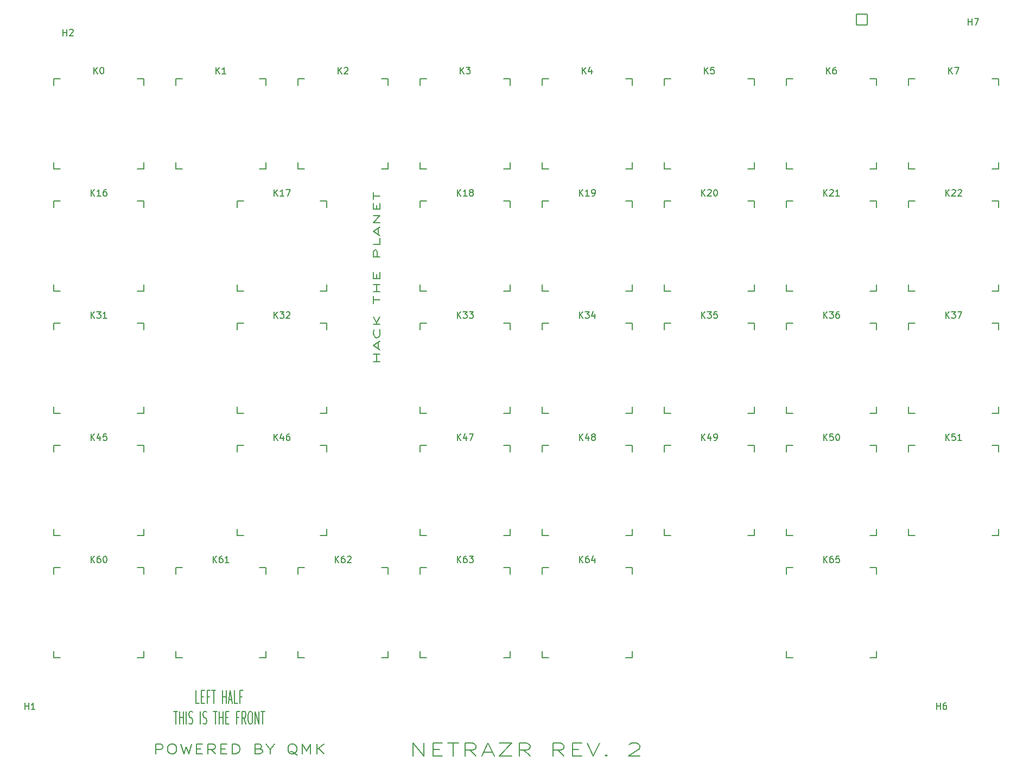
<source format=gto>
%TF.GenerationSoftware,KiCad,Pcbnew,(6.0.10)*%
%TF.CreationDate,2023-02-02T18:01:59-08:00*%
%TF.ProjectId,netrazr_rev2-Left,6e657472-617a-4725-9f72-6576322d4c65,2*%
%TF.SameCoordinates,Original*%
%TF.FileFunction,Legend,Top*%
%TF.FilePolarity,Positive*%
%FSLAX46Y46*%
G04 Gerber Fmt 4.6, Leading zero omitted, Abs format (unit mm)*
G04 Created by KiCad (PCBNEW (6.0.10)) date 2023-02-02 18:01:59*
%MOMM*%
%LPD*%
G01*
G04 APERTURE LIST*
G04 Aperture macros list*
%AMRoundRect*
0 Rectangle with rounded corners*
0 $1 Rounding radius*
0 $2 $3 $4 $5 $6 $7 $8 $9 X,Y pos of 4 corners*
0 Add a 4 corners polygon primitive as box body*
4,1,4,$2,$3,$4,$5,$6,$7,$8,$9,$2,$3,0*
0 Add four circle primitives for the rounded corners*
1,1,$1+$1,$2,$3*
1,1,$1+$1,$4,$5*
1,1,$1+$1,$6,$7*
1,1,$1+$1,$8,$9*
0 Add four rect primitives between the rounded corners*
20,1,$1+$1,$2,$3,$4,$5,0*
20,1,$1+$1,$4,$5,$6,$7,0*
20,1,$1+$1,$6,$7,$8,$9,0*
20,1,$1+$1,$8,$9,$2,$3,0*%
G04 Aperture macros list end*
%ADD10C,0.150000*%
%ADD11C,0.200000*%
%ADD12C,3.802000*%
%ADD13C,1.803800*%
%ADD14C,3.531000*%
%ADD15C,1.092600*%
%ADD16C,2.134000*%
%ADD17O,0.902000X0.902000*%
%ADD18O,2.102000X1.552000*%
%ADD19O,1.902000X1.252000*%
%ADD20RoundRect,0.051000X0.850000X0.850000X-0.850000X0.850000X-0.850000X-0.850000X0.850000X-0.850000X0*%
%ADD21O,1.802000X1.802000*%
G04 APERTURE END LIST*
D10*
X69621952Y-168803761D02*
X69145761Y-168803761D01*
X69145761Y-166803761D01*
X69955285Y-167756142D02*
X70288619Y-167756142D01*
X70431476Y-168803761D02*
X69955285Y-168803761D01*
X69955285Y-166803761D01*
X70431476Y-166803761D01*
X71193380Y-167756142D02*
X70860047Y-167756142D01*
X70860047Y-168803761D02*
X70860047Y-166803761D01*
X71336238Y-166803761D01*
X71574333Y-166803761D02*
X72145761Y-166803761D01*
X71860047Y-168803761D02*
X71860047Y-166803761D01*
X73241000Y-168803761D02*
X73241000Y-166803761D01*
X73241000Y-167756142D02*
X73812428Y-167756142D01*
X73812428Y-168803761D02*
X73812428Y-166803761D01*
X74241000Y-168232333D02*
X74717190Y-168232333D01*
X74145761Y-168803761D02*
X74479095Y-166803761D01*
X74812428Y-168803761D01*
X75621952Y-168803761D02*
X75145761Y-168803761D01*
X75145761Y-166803761D01*
X76288619Y-167756142D02*
X75955285Y-167756142D01*
X75955285Y-168803761D02*
X75955285Y-166803761D01*
X76431476Y-166803761D01*
X65645761Y-170023761D02*
X66217190Y-170023761D01*
X65931476Y-172023761D02*
X65931476Y-170023761D01*
X66550523Y-172023761D02*
X66550523Y-170023761D01*
X66550523Y-170976142D02*
X67121952Y-170976142D01*
X67121952Y-172023761D02*
X67121952Y-170023761D01*
X67598142Y-172023761D02*
X67598142Y-170023761D01*
X68026714Y-171928523D02*
X68169571Y-172023761D01*
X68407666Y-172023761D01*
X68502904Y-171928523D01*
X68550523Y-171833285D01*
X68598142Y-171642809D01*
X68598142Y-171452333D01*
X68550523Y-171261857D01*
X68502904Y-171166619D01*
X68407666Y-171071380D01*
X68217190Y-170976142D01*
X68121952Y-170880904D01*
X68074333Y-170785666D01*
X68026714Y-170595190D01*
X68026714Y-170404714D01*
X68074333Y-170214238D01*
X68121952Y-170119000D01*
X68217190Y-170023761D01*
X68455285Y-170023761D01*
X68598142Y-170119000D01*
X69788619Y-172023761D02*
X69788619Y-170023761D01*
X70217190Y-171928523D02*
X70360047Y-172023761D01*
X70598142Y-172023761D01*
X70693380Y-171928523D01*
X70741000Y-171833285D01*
X70788619Y-171642809D01*
X70788619Y-171452333D01*
X70741000Y-171261857D01*
X70693380Y-171166619D01*
X70598142Y-171071380D01*
X70407666Y-170976142D01*
X70312428Y-170880904D01*
X70264809Y-170785666D01*
X70217190Y-170595190D01*
X70217190Y-170404714D01*
X70264809Y-170214238D01*
X70312428Y-170119000D01*
X70407666Y-170023761D01*
X70645761Y-170023761D01*
X70788619Y-170119000D01*
X71836238Y-170023761D02*
X72407666Y-170023761D01*
X72121952Y-172023761D02*
X72121952Y-170023761D01*
X72741000Y-172023761D02*
X72741000Y-170023761D01*
X72741000Y-170976142D02*
X73312428Y-170976142D01*
X73312428Y-172023761D02*
X73312428Y-170023761D01*
X73788619Y-170976142D02*
X74121952Y-170976142D01*
X74264809Y-172023761D02*
X73788619Y-172023761D01*
X73788619Y-170023761D01*
X74264809Y-170023761D01*
X75788619Y-170976142D02*
X75455285Y-170976142D01*
X75455285Y-172023761D02*
X75455285Y-170023761D01*
X75931476Y-170023761D01*
X76883857Y-172023761D02*
X76550523Y-171071380D01*
X76312428Y-172023761D02*
X76312428Y-170023761D01*
X76693380Y-170023761D01*
X76788619Y-170119000D01*
X76836238Y-170214238D01*
X76883857Y-170404714D01*
X76883857Y-170690428D01*
X76836238Y-170880904D01*
X76788619Y-170976142D01*
X76693380Y-171071380D01*
X76312428Y-171071380D01*
X77502904Y-170023761D02*
X77693380Y-170023761D01*
X77788619Y-170119000D01*
X77883857Y-170309476D01*
X77931476Y-170690428D01*
X77931476Y-171357095D01*
X77883857Y-171738047D01*
X77788619Y-171928523D01*
X77693380Y-172023761D01*
X77502904Y-172023761D01*
X77407666Y-171928523D01*
X77312428Y-171738047D01*
X77264809Y-171357095D01*
X77264809Y-170690428D01*
X77312428Y-170309476D01*
X77407666Y-170119000D01*
X77502904Y-170023761D01*
X78360047Y-172023761D02*
X78360047Y-170023761D01*
X78931476Y-172023761D01*
X78931476Y-170023761D01*
X79264809Y-170023761D02*
X79836238Y-170023761D01*
X79550523Y-172023761D02*
X79550523Y-170023761D01*
D11*
X62820761Y-176664571D02*
X62820761Y-175164571D01*
X63582666Y-175164571D01*
X63773142Y-175236000D01*
X63868380Y-175307428D01*
X63963619Y-175450285D01*
X63963619Y-175664571D01*
X63868380Y-175807428D01*
X63773142Y-175878857D01*
X63582666Y-175950285D01*
X62820761Y-175950285D01*
X65201714Y-175164571D02*
X65582666Y-175164571D01*
X65773142Y-175236000D01*
X65963619Y-175378857D01*
X66058857Y-175664571D01*
X66058857Y-176164571D01*
X65963619Y-176450285D01*
X65773142Y-176593142D01*
X65582666Y-176664571D01*
X65201714Y-176664571D01*
X65011238Y-176593142D01*
X64820761Y-176450285D01*
X64725523Y-176164571D01*
X64725523Y-175664571D01*
X64820761Y-175378857D01*
X65011238Y-175236000D01*
X65201714Y-175164571D01*
X66725523Y-175164571D02*
X67201714Y-176664571D01*
X67582666Y-175593142D01*
X67963619Y-176664571D01*
X68439809Y-175164571D01*
X69201714Y-175878857D02*
X69868380Y-175878857D01*
X70154095Y-176664571D02*
X69201714Y-176664571D01*
X69201714Y-175164571D01*
X70154095Y-175164571D01*
X72154095Y-176664571D02*
X71487428Y-175950285D01*
X71011238Y-176664571D02*
X71011238Y-175164571D01*
X71773142Y-175164571D01*
X71963619Y-175236000D01*
X72058857Y-175307428D01*
X72154095Y-175450285D01*
X72154095Y-175664571D01*
X72058857Y-175807428D01*
X71963619Y-175878857D01*
X71773142Y-175950285D01*
X71011238Y-175950285D01*
X73011238Y-175878857D02*
X73677904Y-175878857D01*
X73963619Y-176664571D02*
X73011238Y-176664571D01*
X73011238Y-175164571D01*
X73963619Y-175164571D01*
X74820761Y-176664571D02*
X74820761Y-175164571D01*
X75296952Y-175164571D01*
X75582666Y-175236000D01*
X75773142Y-175378857D01*
X75868380Y-175521714D01*
X75963619Y-175807428D01*
X75963619Y-176021714D01*
X75868380Y-176307428D01*
X75773142Y-176450285D01*
X75582666Y-176593142D01*
X75296952Y-176664571D01*
X74820761Y-176664571D01*
X79011238Y-175878857D02*
X79296952Y-175950285D01*
X79392190Y-176021714D01*
X79487428Y-176164571D01*
X79487428Y-176378857D01*
X79392190Y-176521714D01*
X79296952Y-176593142D01*
X79106476Y-176664571D01*
X78344571Y-176664571D01*
X78344571Y-175164571D01*
X79011238Y-175164571D01*
X79201714Y-175236000D01*
X79296952Y-175307428D01*
X79392190Y-175450285D01*
X79392190Y-175593142D01*
X79296952Y-175736000D01*
X79201714Y-175807428D01*
X79011238Y-175878857D01*
X78344571Y-175878857D01*
X80725523Y-175950285D02*
X80725523Y-176664571D01*
X80058857Y-175164571D02*
X80725523Y-175950285D01*
X81392190Y-175164571D01*
X84916000Y-176807428D02*
X84725523Y-176736000D01*
X84535047Y-176593142D01*
X84249333Y-176378857D01*
X84058857Y-176307428D01*
X83868380Y-176307428D01*
X83963619Y-176664571D02*
X83773142Y-176593142D01*
X83582666Y-176450285D01*
X83487428Y-176164571D01*
X83487428Y-175664571D01*
X83582666Y-175378857D01*
X83773142Y-175236000D01*
X83963619Y-175164571D01*
X84344571Y-175164571D01*
X84535047Y-175236000D01*
X84725523Y-175378857D01*
X84820761Y-175664571D01*
X84820761Y-176164571D01*
X84725523Y-176450285D01*
X84535047Y-176593142D01*
X84344571Y-176664571D01*
X83963619Y-176664571D01*
X85677904Y-176664571D02*
X85677904Y-175164571D01*
X86344571Y-176236000D01*
X87011238Y-175164571D01*
X87011238Y-176664571D01*
X87963619Y-176664571D02*
X87963619Y-175164571D01*
X89106476Y-176664571D02*
X88249333Y-175807428D01*
X89106476Y-175164571D02*
X87963619Y-176021714D01*
D10*
X97831380Y-115500619D02*
X96831380Y-115500619D01*
X97307571Y-115500619D02*
X97307571Y-114357761D01*
X97831380Y-114357761D02*
X96831380Y-114357761D01*
X97545666Y-113500619D02*
X97545666Y-112548238D01*
X97831380Y-113691095D02*
X96831380Y-113024428D01*
X97831380Y-112357761D01*
X97736142Y-110548238D02*
X97783761Y-110643476D01*
X97831380Y-110929190D01*
X97831380Y-111119666D01*
X97783761Y-111405380D01*
X97688523Y-111595857D01*
X97593285Y-111691095D01*
X97402809Y-111786333D01*
X97259952Y-111786333D01*
X97069476Y-111691095D01*
X96974238Y-111595857D01*
X96879000Y-111405380D01*
X96831380Y-111119666D01*
X96831380Y-110929190D01*
X96879000Y-110643476D01*
X96926619Y-110548238D01*
X97831380Y-109691095D02*
X96831380Y-109691095D01*
X97831380Y-108548238D02*
X97259952Y-109405380D01*
X96831380Y-108548238D02*
X97402809Y-109691095D01*
X96831380Y-106453000D02*
X96831380Y-105310142D01*
X97831380Y-105881571D02*
X96831380Y-105881571D01*
X97831380Y-104643476D02*
X96831380Y-104643476D01*
X97307571Y-104643476D02*
X97307571Y-103500619D01*
X97831380Y-103500619D02*
X96831380Y-103500619D01*
X97307571Y-102548238D02*
X97307571Y-101881571D01*
X97831380Y-101595857D02*
X97831380Y-102548238D01*
X96831380Y-102548238D01*
X96831380Y-101595857D01*
X97831380Y-99214904D02*
X96831380Y-99214904D01*
X96831380Y-98453000D01*
X96879000Y-98262523D01*
X96926619Y-98167285D01*
X97021857Y-98072047D01*
X97164714Y-98072047D01*
X97259952Y-98167285D01*
X97307571Y-98262523D01*
X97355190Y-98453000D01*
X97355190Y-99214904D01*
X97831380Y-96262523D02*
X97831380Y-97214904D01*
X96831380Y-97214904D01*
X97545666Y-95691095D02*
X97545666Y-94738714D01*
X97831380Y-95881571D02*
X96831380Y-95214904D01*
X97831380Y-94548238D01*
X97831380Y-93881571D02*
X96831380Y-93881571D01*
X97831380Y-92738714D01*
X96831380Y-92738714D01*
X97307571Y-91786333D02*
X97307571Y-91119666D01*
X97831380Y-90833952D02*
X97831380Y-91786333D01*
X96831380Y-91786333D01*
X96831380Y-90833952D01*
X96831380Y-90262523D02*
X96831380Y-89119666D01*
X97831380Y-89691095D02*
X96831380Y-89691095D01*
X102977142Y-177017761D02*
X102977142Y-175017761D01*
X104691428Y-177017761D01*
X104691428Y-175017761D01*
X106120000Y-175970142D02*
X107120000Y-175970142D01*
X107548571Y-177017761D02*
X106120000Y-177017761D01*
X106120000Y-175017761D01*
X107548571Y-175017761D01*
X108405714Y-175017761D02*
X110120000Y-175017761D01*
X109262857Y-177017761D02*
X109262857Y-175017761D01*
X112834285Y-177017761D02*
X111834285Y-176065380D01*
X111120000Y-177017761D02*
X111120000Y-175017761D01*
X112262857Y-175017761D01*
X112548571Y-175113000D01*
X112691428Y-175208238D01*
X112834285Y-175398714D01*
X112834285Y-175684428D01*
X112691428Y-175874904D01*
X112548571Y-175970142D01*
X112262857Y-176065380D01*
X111120000Y-176065380D01*
X113977142Y-176446333D02*
X115405714Y-176446333D01*
X113691428Y-177017761D02*
X114691428Y-175017761D01*
X115691428Y-177017761D01*
X116405714Y-175017761D02*
X118405714Y-175017761D01*
X116405714Y-177017761D01*
X118405714Y-177017761D01*
X121262857Y-177017761D02*
X120262857Y-176065380D01*
X119548571Y-177017761D02*
X119548571Y-175017761D01*
X120691428Y-175017761D01*
X120977142Y-175113000D01*
X121120000Y-175208238D01*
X121262857Y-175398714D01*
X121262857Y-175684428D01*
X121120000Y-175874904D01*
X120977142Y-175970142D01*
X120691428Y-176065380D01*
X119548571Y-176065380D01*
X126548571Y-177017761D02*
X125548571Y-176065380D01*
X124834285Y-177017761D02*
X124834285Y-175017761D01*
X125977142Y-175017761D01*
X126262857Y-175113000D01*
X126405714Y-175208238D01*
X126548571Y-175398714D01*
X126548571Y-175684428D01*
X126405714Y-175874904D01*
X126262857Y-175970142D01*
X125977142Y-176065380D01*
X124834285Y-176065380D01*
X127834285Y-175970142D02*
X128834285Y-175970142D01*
X129262857Y-177017761D02*
X127834285Y-177017761D01*
X127834285Y-175017761D01*
X129262857Y-175017761D01*
X130120000Y-175017761D02*
X131120000Y-177017761D01*
X132120000Y-175017761D01*
X133120000Y-176827285D02*
X133262857Y-176922523D01*
X133120000Y-177017761D01*
X132977142Y-176922523D01*
X133120000Y-176827285D01*
X133120000Y-177017761D01*
X136691428Y-175208238D02*
X136834285Y-175113000D01*
X137120000Y-175017761D01*
X137834285Y-175017761D01*
X138120000Y-175113000D01*
X138262857Y-175208238D01*
X138405714Y-175398714D01*
X138405714Y-175589190D01*
X138262857Y-175874904D01*
X136548571Y-177017761D01*
X138405714Y-177017761D01*
X189611095Y-63063380D02*
X189611095Y-62063380D01*
X189611095Y-62539571D02*
X190182523Y-62539571D01*
X190182523Y-63063380D02*
X190182523Y-62063380D01*
X190563476Y-62063380D02*
X191230142Y-62063380D01*
X190801571Y-63063380D01*
X128930714Y-127797380D02*
X128930714Y-126797380D01*
X129502142Y-127797380D02*
X129073571Y-127225952D01*
X129502142Y-126797380D02*
X128930714Y-127368809D01*
X130359285Y-127130714D02*
X130359285Y-127797380D01*
X130121190Y-126749761D02*
X129883095Y-127464047D01*
X130502142Y-127464047D01*
X131025952Y-127225952D02*
X130930714Y-127178333D01*
X130883095Y-127130714D01*
X130835476Y-127035476D01*
X130835476Y-126987857D01*
X130883095Y-126892619D01*
X130930714Y-126845000D01*
X131025952Y-126797380D01*
X131216428Y-126797380D01*
X131311666Y-126845000D01*
X131359285Y-126892619D01*
X131406904Y-126987857D01*
X131406904Y-127035476D01*
X131359285Y-127130714D01*
X131311666Y-127178333D01*
X131216428Y-127225952D01*
X131025952Y-127225952D01*
X130930714Y-127273571D01*
X130883095Y-127321190D01*
X130835476Y-127416428D01*
X130835476Y-127606904D01*
X130883095Y-127702142D01*
X130930714Y-127749761D01*
X131025952Y-127797380D01*
X131216428Y-127797380D01*
X131311666Y-127749761D01*
X131359285Y-127702142D01*
X131406904Y-127606904D01*
X131406904Y-127416428D01*
X131359285Y-127321190D01*
X131311666Y-127273571D01*
X131216428Y-127225952D01*
X72256904Y-70647380D02*
X72256904Y-69647380D01*
X72828333Y-70647380D02*
X72399761Y-70075952D01*
X72828333Y-69647380D02*
X72256904Y-70218809D01*
X73780714Y-70647380D02*
X73209285Y-70647380D01*
X73495000Y-70647380D02*
X73495000Y-69647380D01*
X73399761Y-69790238D01*
X73304523Y-69885476D01*
X73209285Y-69933095D01*
X186556904Y-70647380D02*
X186556904Y-69647380D01*
X187128333Y-70647380D02*
X186699761Y-70075952D01*
X187128333Y-69647380D02*
X186556904Y-70218809D01*
X187461666Y-69647380D02*
X188128333Y-69647380D01*
X187699761Y-70647380D01*
X167506904Y-70647380D02*
X167506904Y-69647380D01*
X168078333Y-70647380D02*
X167649761Y-70075952D01*
X168078333Y-69647380D02*
X167506904Y-70218809D01*
X168935476Y-69647380D02*
X168745000Y-69647380D01*
X168649761Y-69695000D01*
X168602142Y-69742619D01*
X168506904Y-69885476D01*
X168459285Y-70075952D01*
X168459285Y-70456904D01*
X168506904Y-70552142D01*
X168554523Y-70599761D01*
X168649761Y-70647380D01*
X168840238Y-70647380D01*
X168935476Y-70599761D01*
X168983095Y-70552142D01*
X169030714Y-70456904D01*
X169030714Y-70218809D01*
X168983095Y-70123571D01*
X168935476Y-70075952D01*
X168840238Y-70028333D01*
X168649761Y-70028333D01*
X168554523Y-70075952D01*
X168506904Y-70123571D01*
X168459285Y-70218809D01*
X109880714Y-146847380D02*
X109880714Y-145847380D01*
X110452142Y-146847380D02*
X110023571Y-146275952D01*
X110452142Y-145847380D02*
X109880714Y-146418809D01*
X111309285Y-145847380D02*
X111118809Y-145847380D01*
X111023571Y-145895000D01*
X110975952Y-145942619D01*
X110880714Y-146085476D01*
X110833095Y-146275952D01*
X110833095Y-146656904D01*
X110880714Y-146752142D01*
X110928333Y-146799761D01*
X111023571Y-146847380D01*
X111214047Y-146847380D01*
X111309285Y-146799761D01*
X111356904Y-146752142D01*
X111404523Y-146656904D01*
X111404523Y-146418809D01*
X111356904Y-146323571D01*
X111309285Y-146275952D01*
X111214047Y-146228333D01*
X111023571Y-146228333D01*
X110928333Y-146275952D01*
X110880714Y-146323571D01*
X110833095Y-146418809D01*
X111737857Y-145847380D02*
X112356904Y-145847380D01*
X112023571Y-146228333D01*
X112166428Y-146228333D01*
X112261666Y-146275952D01*
X112309285Y-146323571D01*
X112356904Y-146418809D01*
X112356904Y-146656904D01*
X112309285Y-146752142D01*
X112261666Y-146799761D01*
X112166428Y-146847380D01*
X111880714Y-146847380D01*
X111785476Y-146799761D01*
X111737857Y-146752142D01*
X52730714Y-127797380D02*
X52730714Y-126797380D01*
X53302142Y-127797380D02*
X52873571Y-127225952D01*
X53302142Y-126797380D02*
X52730714Y-127368809D01*
X54159285Y-127130714D02*
X54159285Y-127797380D01*
X53921190Y-126749761D02*
X53683095Y-127464047D01*
X54302142Y-127464047D01*
X55159285Y-126797380D02*
X54683095Y-126797380D01*
X54635476Y-127273571D01*
X54683095Y-127225952D01*
X54778333Y-127178333D01*
X55016428Y-127178333D01*
X55111666Y-127225952D01*
X55159285Y-127273571D01*
X55206904Y-127368809D01*
X55206904Y-127606904D01*
X55159285Y-127702142D01*
X55111666Y-127749761D01*
X55016428Y-127797380D01*
X54778333Y-127797380D01*
X54683095Y-127749761D01*
X54635476Y-127702142D01*
X186080714Y-127797380D02*
X186080714Y-126797380D01*
X186652142Y-127797380D02*
X186223571Y-127225952D01*
X186652142Y-126797380D02*
X186080714Y-127368809D01*
X187556904Y-126797380D02*
X187080714Y-126797380D01*
X187033095Y-127273571D01*
X187080714Y-127225952D01*
X187175952Y-127178333D01*
X187414047Y-127178333D01*
X187509285Y-127225952D01*
X187556904Y-127273571D01*
X187604523Y-127368809D01*
X187604523Y-127606904D01*
X187556904Y-127702142D01*
X187509285Y-127749761D01*
X187414047Y-127797380D01*
X187175952Y-127797380D01*
X187080714Y-127749761D01*
X187033095Y-127702142D01*
X188556904Y-127797380D02*
X187985476Y-127797380D01*
X188271190Y-127797380D02*
X188271190Y-126797380D01*
X188175952Y-126940238D01*
X188080714Y-127035476D01*
X187985476Y-127083095D01*
X147980714Y-127797380D02*
X147980714Y-126797380D01*
X148552142Y-127797380D02*
X148123571Y-127225952D01*
X148552142Y-126797380D02*
X147980714Y-127368809D01*
X149409285Y-127130714D02*
X149409285Y-127797380D01*
X149171190Y-126749761D02*
X148933095Y-127464047D01*
X149552142Y-127464047D01*
X149980714Y-127797380D02*
X150171190Y-127797380D01*
X150266428Y-127749761D01*
X150314047Y-127702142D01*
X150409285Y-127559285D01*
X150456904Y-127368809D01*
X150456904Y-126987857D01*
X150409285Y-126892619D01*
X150361666Y-126845000D01*
X150266428Y-126797380D01*
X150075952Y-126797380D01*
X149980714Y-126845000D01*
X149933095Y-126892619D01*
X149885476Y-126987857D01*
X149885476Y-127225952D01*
X149933095Y-127321190D01*
X149980714Y-127368809D01*
X150075952Y-127416428D01*
X150266428Y-127416428D01*
X150361666Y-127368809D01*
X150409285Y-127321190D01*
X150456904Y-127225952D01*
X184658095Y-169742380D02*
X184658095Y-168742380D01*
X184658095Y-169218571D02*
X185229523Y-169218571D01*
X185229523Y-169742380D02*
X185229523Y-168742380D01*
X186134285Y-168742380D02*
X185943809Y-168742380D01*
X185848571Y-168790000D01*
X185800952Y-168837619D01*
X185705714Y-168980476D01*
X185658095Y-169170952D01*
X185658095Y-169551904D01*
X185705714Y-169647142D01*
X185753333Y-169694761D01*
X185848571Y-169742380D01*
X186039047Y-169742380D01*
X186134285Y-169694761D01*
X186181904Y-169647142D01*
X186229523Y-169551904D01*
X186229523Y-169313809D01*
X186181904Y-169218571D01*
X186134285Y-169170952D01*
X186039047Y-169123333D01*
X185848571Y-169123333D01*
X185753333Y-169170952D01*
X185705714Y-169218571D01*
X185658095Y-169313809D01*
X53206904Y-70647380D02*
X53206904Y-69647380D01*
X53778333Y-70647380D02*
X53349761Y-70075952D01*
X53778333Y-69647380D02*
X53206904Y-70218809D01*
X54397380Y-69647380D02*
X54492619Y-69647380D01*
X54587857Y-69695000D01*
X54635476Y-69742619D01*
X54683095Y-69837857D01*
X54730714Y-70028333D01*
X54730714Y-70266428D01*
X54683095Y-70456904D01*
X54635476Y-70552142D01*
X54587857Y-70599761D01*
X54492619Y-70647380D01*
X54397380Y-70647380D01*
X54302142Y-70599761D01*
X54254523Y-70552142D01*
X54206904Y-70456904D01*
X54159285Y-70266428D01*
X54159285Y-70028333D01*
X54206904Y-69837857D01*
X54254523Y-69742619D01*
X54302142Y-69695000D01*
X54397380Y-69647380D01*
X42418095Y-169742380D02*
X42418095Y-168742380D01*
X42418095Y-169218571D02*
X42989523Y-169218571D01*
X42989523Y-169742380D02*
X42989523Y-168742380D01*
X43989523Y-169742380D02*
X43418095Y-169742380D01*
X43703809Y-169742380D02*
X43703809Y-168742380D01*
X43608571Y-168885238D01*
X43513333Y-168980476D01*
X43418095Y-169028095D01*
X81305714Y-89697380D02*
X81305714Y-88697380D01*
X81877142Y-89697380D02*
X81448571Y-89125952D01*
X81877142Y-88697380D02*
X81305714Y-89268809D01*
X82829523Y-89697380D02*
X82258095Y-89697380D01*
X82543809Y-89697380D02*
X82543809Y-88697380D01*
X82448571Y-88840238D01*
X82353333Y-88935476D01*
X82258095Y-88983095D01*
X83162857Y-88697380D02*
X83829523Y-88697380D01*
X83400952Y-89697380D01*
X109880714Y-89697380D02*
X109880714Y-88697380D01*
X110452142Y-89697380D02*
X110023571Y-89125952D01*
X110452142Y-88697380D02*
X109880714Y-89268809D01*
X111404523Y-89697380D02*
X110833095Y-89697380D01*
X111118809Y-89697380D02*
X111118809Y-88697380D01*
X111023571Y-88840238D01*
X110928333Y-88935476D01*
X110833095Y-88983095D01*
X111975952Y-89125952D02*
X111880714Y-89078333D01*
X111833095Y-89030714D01*
X111785476Y-88935476D01*
X111785476Y-88887857D01*
X111833095Y-88792619D01*
X111880714Y-88745000D01*
X111975952Y-88697380D01*
X112166428Y-88697380D01*
X112261666Y-88745000D01*
X112309285Y-88792619D01*
X112356904Y-88887857D01*
X112356904Y-88935476D01*
X112309285Y-89030714D01*
X112261666Y-89078333D01*
X112166428Y-89125952D01*
X111975952Y-89125952D01*
X111880714Y-89173571D01*
X111833095Y-89221190D01*
X111785476Y-89316428D01*
X111785476Y-89506904D01*
X111833095Y-89602142D01*
X111880714Y-89649761D01*
X111975952Y-89697380D01*
X112166428Y-89697380D01*
X112261666Y-89649761D01*
X112309285Y-89602142D01*
X112356904Y-89506904D01*
X112356904Y-89316428D01*
X112309285Y-89221190D01*
X112261666Y-89173571D01*
X112166428Y-89125952D01*
X48387095Y-64714380D02*
X48387095Y-63714380D01*
X48387095Y-64190571D02*
X48958523Y-64190571D01*
X48958523Y-64714380D02*
X48958523Y-63714380D01*
X49387095Y-63809619D02*
X49434714Y-63762000D01*
X49529952Y-63714380D01*
X49768047Y-63714380D01*
X49863285Y-63762000D01*
X49910904Y-63809619D01*
X49958523Y-63904857D01*
X49958523Y-64000095D01*
X49910904Y-64142952D01*
X49339476Y-64714380D01*
X49958523Y-64714380D01*
X147980714Y-89697380D02*
X147980714Y-88697380D01*
X148552142Y-89697380D02*
X148123571Y-89125952D01*
X148552142Y-88697380D02*
X147980714Y-89268809D01*
X148933095Y-88792619D02*
X148980714Y-88745000D01*
X149075952Y-88697380D01*
X149314047Y-88697380D01*
X149409285Y-88745000D01*
X149456904Y-88792619D01*
X149504523Y-88887857D01*
X149504523Y-88983095D01*
X149456904Y-89125952D01*
X148885476Y-89697380D01*
X149504523Y-89697380D01*
X150123571Y-88697380D02*
X150218809Y-88697380D01*
X150314047Y-88745000D01*
X150361666Y-88792619D01*
X150409285Y-88887857D01*
X150456904Y-89078333D01*
X150456904Y-89316428D01*
X150409285Y-89506904D01*
X150361666Y-89602142D01*
X150314047Y-89649761D01*
X150218809Y-89697380D01*
X150123571Y-89697380D01*
X150028333Y-89649761D01*
X149980714Y-89602142D01*
X149933095Y-89506904D01*
X149885476Y-89316428D01*
X149885476Y-89078333D01*
X149933095Y-88887857D01*
X149980714Y-88792619D01*
X150028333Y-88745000D01*
X150123571Y-88697380D01*
X52730714Y-108747380D02*
X52730714Y-107747380D01*
X53302142Y-108747380D02*
X52873571Y-108175952D01*
X53302142Y-107747380D02*
X52730714Y-108318809D01*
X53635476Y-107747380D02*
X54254523Y-107747380D01*
X53921190Y-108128333D01*
X54064047Y-108128333D01*
X54159285Y-108175952D01*
X54206904Y-108223571D01*
X54254523Y-108318809D01*
X54254523Y-108556904D01*
X54206904Y-108652142D01*
X54159285Y-108699761D01*
X54064047Y-108747380D01*
X53778333Y-108747380D01*
X53683095Y-108699761D01*
X53635476Y-108652142D01*
X55206904Y-108747380D02*
X54635476Y-108747380D01*
X54921190Y-108747380D02*
X54921190Y-107747380D01*
X54825952Y-107890238D01*
X54730714Y-107985476D01*
X54635476Y-108033095D01*
X186080714Y-108747380D02*
X186080714Y-107747380D01*
X186652142Y-108747380D02*
X186223571Y-108175952D01*
X186652142Y-107747380D02*
X186080714Y-108318809D01*
X186985476Y-107747380D02*
X187604523Y-107747380D01*
X187271190Y-108128333D01*
X187414047Y-108128333D01*
X187509285Y-108175952D01*
X187556904Y-108223571D01*
X187604523Y-108318809D01*
X187604523Y-108556904D01*
X187556904Y-108652142D01*
X187509285Y-108699761D01*
X187414047Y-108747380D01*
X187128333Y-108747380D01*
X187033095Y-108699761D01*
X186985476Y-108652142D01*
X187937857Y-107747380D02*
X188604523Y-107747380D01*
X188175952Y-108747380D01*
X71780714Y-146847380D02*
X71780714Y-145847380D01*
X72352142Y-146847380D02*
X71923571Y-146275952D01*
X72352142Y-145847380D02*
X71780714Y-146418809D01*
X73209285Y-145847380D02*
X73018809Y-145847380D01*
X72923571Y-145895000D01*
X72875952Y-145942619D01*
X72780714Y-146085476D01*
X72733095Y-146275952D01*
X72733095Y-146656904D01*
X72780714Y-146752142D01*
X72828333Y-146799761D01*
X72923571Y-146847380D01*
X73114047Y-146847380D01*
X73209285Y-146799761D01*
X73256904Y-146752142D01*
X73304523Y-146656904D01*
X73304523Y-146418809D01*
X73256904Y-146323571D01*
X73209285Y-146275952D01*
X73114047Y-146228333D01*
X72923571Y-146228333D01*
X72828333Y-146275952D01*
X72780714Y-146323571D01*
X72733095Y-146418809D01*
X74256904Y-146847380D02*
X73685476Y-146847380D01*
X73971190Y-146847380D02*
X73971190Y-145847380D01*
X73875952Y-145990238D01*
X73780714Y-146085476D01*
X73685476Y-146133095D01*
X147980714Y-108747380D02*
X147980714Y-107747380D01*
X148552142Y-108747380D02*
X148123571Y-108175952D01*
X148552142Y-107747380D02*
X147980714Y-108318809D01*
X148885476Y-107747380D02*
X149504523Y-107747380D01*
X149171190Y-108128333D01*
X149314047Y-108128333D01*
X149409285Y-108175952D01*
X149456904Y-108223571D01*
X149504523Y-108318809D01*
X149504523Y-108556904D01*
X149456904Y-108652142D01*
X149409285Y-108699761D01*
X149314047Y-108747380D01*
X149028333Y-108747380D01*
X148933095Y-108699761D01*
X148885476Y-108652142D01*
X150409285Y-107747380D02*
X149933095Y-107747380D01*
X149885476Y-108223571D01*
X149933095Y-108175952D01*
X150028333Y-108128333D01*
X150266428Y-108128333D01*
X150361666Y-108175952D01*
X150409285Y-108223571D01*
X150456904Y-108318809D01*
X150456904Y-108556904D01*
X150409285Y-108652142D01*
X150361666Y-108699761D01*
X150266428Y-108747380D01*
X150028333Y-108747380D01*
X149933095Y-108699761D01*
X149885476Y-108652142D01*
X109880714Y-127797380D02*
X109880714Y-126797380D01*
X110452142Y-127797380D02*
X110023571Y-127225952D01*
X110452142Y-126797380D02*
X109880714Y-127368809D01*
X111309285Y-127130714D02*
X111309285Y-127797380D01*
X111071190Y-126749761D02*
X110833095Y-127464047D01*
X111452142Y-127464047D01*
X111737857Y-126797380D02*
X112404523Y-126797380D01*
X111975952Y-127797380D01*
X90830714Y-146847380D02*
X90830714Y-145847380D01*
X91402142Y-146847380D02*
X90973571Y-146275952D01*
X91402142Y-145847380D02*
X90830714Y-146418809D01*
X92259285Y-145847380D02*
X92068809Y-145847380D01*
X91973571Y-145895000D01*
X91925952Y-145942619D01*
X91830714Y-146085476D01*
X91783095Y-146275952D01*
X91783095Y-146656904D01*
X91830714Y-146752142D01*
X91878333Y-146799761D01*
X91973571Y-146847380D01*
X92164047Y-146847380D01*
X92259285Y-146799761D01*
X92306904Y-146752142D01*
X92354523Y-146656904D01*
X92354523Y-146418809D01*
X92306904Y-146323571D01*
X92259285Y-146275952D01*
X92164047Y-146228333D01*
X91973571Y-146228333D01*
X91878333Y-146275952D01*
X91830714Y-146323571D01*
X91783095Y-146418809D01*
X92735476Y-145942619D02*
X92783095Y-145895000D01*
X92878333Y-145847380D01*
X93116428Y-145847380D01*
X93211666Y-145895000D01*
X93259285Y-145942619D01*
X93306904Y-146037857D01*
X93306904Y-146133095D01*
X93259285Y-146275952D01*
X92687857Y-146847380D01*
X93306904Y-146847380D01*
X91306904Y-70647380D02*
X91306904Y-69647380D01*
X91878333Y-70647380D02*
X91449761Y-70075952D01*
X91878333Y-69647380D02*
X91306904Y-70218809D01*
X92259285Y-69742619D02*
X92306904Y-69695000D01*
X92402142Y-69647380D01*
X92640238Y-69647380D01*
X92735476Y-69695000D01*
X92783095Y-69742619D01*
X92830714Y-69837857D01*
X92830714Y-69933095D01*
X92783095Y-70075952D01*
X92211666Y-70647380D01*
X92830714Y-70647380D01*
X52730714Y-89697380D02*
X52730714Y-88697380D01*
X53302142Y-89697380D02*
X52873571Y-89125952D01*
X53302142Y-88697380D02*
X52730714Y-89268809D01*
X54254523Y-89697380D02*
X53683095Y-89697380D01*
X53968809Y-89697380D02*
X53968809Y-88697380D01*
X53873571Y-88840238D01*
X53778333Y-88935476D01*
X53683095Y-88983095D01*
X55111666Y-88697380D02*
X54921190Y-88697380D01*
X54825952Y-88745000D01*
X54778333Y-88792619D01*
X54683095Y-88935476D01*
X54635476Y-89125952D01*
X54635476Y-89506904D01*
X54683095Y-89602142D01*
X54730714Y-89649761D01*
X54825952Y-89697380D01*
X55016428Y-89697380D01*
X55111666Y-89649761D01*
X55159285Y-89602142D01*
X55206904Y-89506904D01*
X55206904Y-89268809D01*
X55159285Y-89173571D01*
X55111666Y-89125952D01*
X55016428Y-89078333D01*
X54825952Y-89078333D01*
X54730714Y-89125952D01*
X54683095Y-89173571D01*
X54635476Y-89268809D01*
X81305714Y-127797380D02*
X81305714Y-126797380D01*
X81877142Y-127797380D02*
X81448571Y-127225952D01*
X81877142Y-126797380D02*
X81305714Y-127368809D01*
X82734285Y-127130714D02*
X82734285Y-127797380D01*
X82496190Y-126749761D02*
X82258095Y-127464047D01*
X82877142Y-127464047D01*
X83686666Y-126797380D02*
X83496190Y-126797380D01*
X83400952Y-126845000D01*
X83353333Y-126892619D01*
X83258095Y-127035476D01*
X83210476Y-127225952D01*
X83210476Y-127606904D01*
X83258095Y-127702142D01*
X83305714Y-127749761D01*
X83400952Y-127797380D01*
X83591428Y-127797380D01*
X83686666Y-127749761D01*
X83734285Y-127702142D01*
X83781904Y-127606904D01*
X83781904Y-127368809D01*
X83734285Y-127273571D01*
X83686666Y-127225952D01*
X83591428Y-127178333D01*
X83400952Y-127178333D01*
X83305714Y-127225952D01*
X83258095Y-127273571D01*
X83210476Y-127368809D01*
X81305714Y-108747380D02*
X81305714Y-107747380D01*
X81877142Y-108747380D02*
X81448571Y-108175952D01*
X81877142Y-107747380D02*
X81305714Y-108318809D01*
X82210476Y-107747380D02*
X82829523Y-107747380D01*
X82496190Y-108128333D01*
X82639047Y-108128333D01*
X82734285Y-108175952D01*
X82781904Y-108223571D01*
X82829523Y-108318809D01*
X82829523Y-108556904D01*
X82781904Y-108652142D01*
X82734285Y-108699761D01*
X82639047Y-108747380D01*
X82353333Y-108747380D01*
X82258095Y-108699761D01*
X82210476Y-108652142D01*
X83210476Y-107842619D02*
X83258095Y-107795000D01*
X83353333Y-107747380D01*
X83591428Y-107747380D01*
X83686666Y-107795000D01*
X83734285Y-107842619D01*
X83781904Y-107937857D01*
X83781904Y-108033095D01*
X83734285Y-108175952D01*
X83162857Y-108747380D01*
X83781904Y-108747380D01*
X167030714Y-146847380D02*
X167030714Y-145847380D01*
X167602142Y-146847380D02*
X167173571Y-146275952D01*
X167602142Y-145847380D02*
X167030714Y-146418809D01*
X168459285Y-145847380D02*
X168268809Y-145847380D01*
X168173571Y-145895000D01*
X168125952Y-145942619D01*
X168030714Y-146085476D01*
X167983095Y-146275952D01*
X167983095Y-146656904D01*
X168030714Y-146752142D01*
X168078333Y-146799761D01*
X168173571Y-146847380D01*
X168364047Y-146847380D01*
X168459285Y-146799761D01*
X168506904Y-146752142D01*
X168554523Y-146656904D01*
X168554523Y-146418809D01*
X168506904Y-146323571D01*
X168459285Y-146275952D01*
X168364047Y-146228333D01*
X168173571Y-146228333D01*
X168078333Y-146275952D01*
X168030714Y-146323571D01*
X167983095Y-146418809D01*
X169459285Y-145847380D02*
X168983095Y-145847380D01*
X168935476Y-146323571D01*
X168983095Y-146275952D01*
X169078333Y-146228333D01*
X169316428Y-146228333D01*
X169411666Y-146275952D01*
X169459285Y-146323571D01*
X169506904Y-146418809D01*
X169506904Y-146656904D01*
X169459285Y-146752142D01*
X169411666Y-146799761D01*
X169316428Y-146847380D01*
X169078333Y-146847380D01*
X168983095Y-146799761D01*
X168935476Y-146752142D01*
X128930714Y-89697380D02*
X128930714Y-88697380D01*
X129502142Y-89697380D02*
X129073571Y-89125952D01*
X129502142Y-88697380D02*
X128930714Y-89268809D01*
X130454523Y-89697380D02*
X129883095Y-89697380D01*
X130168809Y-89697380D02*
X130168809Y-88697380D01*
X130073571Y-88840238D01*
X129978333Y-88935476D01*
X129883095Y-88983095D01*
X130930714Y-89697380D02*
X131121190Y-89697380D01*
X131216428Y-89649761D01*
X131264047Y-89602142D01*
X131359285Y-89459285D01*
X131406904Y-89268809D01*
X131406904Y-88887857D01*
X131359285Y-88792619D01*
X131311666Y-88745000D01*
X131216428Y-88697380D01*
X131025952Y-88697380D01*
X130930714Y-88745000D01*
X130883095Y-88792619D01*
X130835476Y-88887857D01*
X130835476Y-89125952D01*
X130883095Y-89221190D01*
X130930714Y-89268809D01*
X131025952Y-89316428D01*
X131216428Y-89316428D01*
X131311666Y-89268809D01*
X131359285Y-89221190D01*
X131406904Y-89125952D01*
X128930714Y-146847380D02*
X128930714Y-145847380D01*
X129502142Y-146847380D02*
X129073571Y-146275952D01*
X129502142Y-145847380D02*
X128930714Y-146418809D01*
X130359285Y-145847380D02*
X130168809Y-145847380D01*
X130073571Y-145895000D01*
X130025952Y-145942619D01*
X129930714Y-146085476D01*
X129883095Y-146275952D01*
X129883095Y-146656904D01*
X129930714Y-146752142D01*
X129978333Y-146799761D01*
X130073571Y-146847380D01*
X130264047Y-146847380D01*
X130359285Y-146799761D01*
X130406904Y-146752142D01*
X130454523Y-146656904D01*
X130454523Y-146418809D01*
X130406904Y-146323571D01*
X130359285Y-146275952D01*
X130264047Y-146228333D01*
X130073571Y-146228333D01*
X129978333Y-146275952D01*
X129930714Y-146323571D01*
X129883095Y-146418809D01*
X131311666Y-146180714D02*
X131311666Y-146847380D01*
X131073571Y-145799761D02*
X130835476Y-146514047D01*
X131454523Y-146514047D01*
X110356904Y-70647380D02*
X110356904Y-69647380D01*
X110928333Y-70647380D02*
X110499761Y-70075952D01*
X110928333Y-69647380D02*
X110356904Y-70218809D01*
X111261666Y-69647380D02*
X111880714Y-69647380D01*
X111547380Y-70028333D01*
X111690238Y-70028333D01*
X111785476Y-70075952D01*
X111833095Y-70123571D01*
X111880714Y-70218809D01*
X111880714Y-70456904D01*
X111833095Y-70552142D01*
X111785476Y-70599761D01*
X111690238Y-70647380D01*
X111404523Y-70647380D01*
X111309285Y-70599761D01*
X111261666Y-70552142D01*
X109880714Y-108747380D02*
X109880714Y-107747380D01*
X110452142Y-108747380D02*
X110023571Y-108175952D01*
X110452142Y-107747380D02*
X109880714Y-108318809D01*
X110785476Y-107747380D02*
X111404523Y-107747380D01*
X111071190Y-108128333D01*
X111214047Y-108128333D01*
X111309285Y-108175952D01*
X111356904Y-108223571D01*
X111404523Y-108318809D01*
X111404523Y-108556904D01*
X111356904Y-108652142D01*
X111309285Y-108699761D01*
X111214047Y-108747380D01*
X110928333Y-108747380D01*
X110833095Y-108699761D01*
X110785476Y-108652142D01*
X111737857Y-107747380D02*
X112356904Y-107747380D01*
X112023571Y-108128333D01*
X112166428Y-108128333D01*
X112261666Y-108175952D01*
X112309285Y-108223571D01*
X112356904Y-108318809D01*
X112356904Y-108556904D01*
X112309285Y-108652142D01*
X112261666Y-108699761D01*
X112166428Y-108747380D01*
X111880714Y-108747380D01*
X111785476Y-108699761D01*
X111737857Y-108652142D01*
X52730714Y-146847380D02*
X52730714Y-145847380D01*
X53302142Y-146847380D02*
X52873571Y-146275952D01*
X53302142Y-145847380D02*
X52730714Y-146418809D01*
X54159285Y-145847380D02*
X53968809Y-145847380D01*
X53873571Y-145895000D01*
X53825952Y-145942619D01*
X53730714Y-146085476D01*
X53683095Y-146275952D01*
X53683095Y-146656904D01*
X53730714Y-146752142D01*
X53778333Y-146799761D01*
X53873571Y-146847380D01*
X54064047Y-146847380D01*
X54159285Y-146799761D01*
X54206904Y-146752142D01*
X54254523Y-146656904D01*
X54254523Y-146418809D01*
X54206904Y-146323571D01*
X54159285Y-146275952D01*
X54064047Y-146228333D01*
X53873571Y-146228333D01*
X53778333Y-146275952D01*
X53730714Y-146323571D01*
X53683095Y-146418809D01*
X54873571Y-145847380D02*
X54968809Y-145847380D01*
X55064047Y-145895000D01*
X55111666Y-145942619D01*
X55159285Y-146037857D01*
X55206904Y-146228333D01*
X55206904Y-146466428D01*
X55159285Y-146656904D01*
X55111666Y-146752142D01*
X55064047Y-146799761D01*
X54968809Y-146847380D01*
X54873571Y-146847380D01*
X54778333Y-146799761D01*
X54730714Y-146752142D01*
X54683095Y-146656904D01*
X54635476Y-146466428D01*
X54635476Y-146228333D01*
X54683095Y-146037857D01*
X54730714Y-145942619D01*
X54778333Y-145895000D01*
X54873571Y-145847380D01*
X186080714Y-89697380D02*
X186080714Y-88697380D01*
X186652142Y-89697380D02*
X186223571Y-89125952D01*
X186652142Y-88697380D02*
X186080714Y-89268809D01*
X187033095Y-88792619D02*
X187080714Y-88745000D01*
X187175952Y-88697380D01*
X187414047Y-88697380D01*
X187509285Y-88745000D01*
X187556904Y-88792619D01*
X187604523Y-88887857D01*
X187604523Y-88983095D01*
X187556904Y-89125952D01*
X186985476Y-89697380D01*
X187604523Y-89697380D01*
X187985476Y-88792619D02*
X188033095Y-88745000D01*
X188128333Y-88697380D01*
X188366428Y-88697380D01*
X188461666Y-88745000D01*
X188509285Y-88792619D01*
X188556904Y-88887857D01*
X188556904Y-88983095D01*
X188509285Y-89125952D01*
X187937857Y-89697380D01*
X188556904Y-89697380D01*
X167030714Y-89697380D02*
X167030714Y-88697380D01*
X167602142Y-89697380D02*
X167173571Y-89125952D01*
X167602142Y-88697380D02*
X167030714Y-89268809D01*
X167983095Y-88792619D02*
X168030714Y-88745000D01*
X168125952Y-88697380D01*
X168364047Y-88697380D01*
X168459285Y-88745000D01*
X168506904Y-88792619D01*
X168554523Y-88887857D01*
X168554523Y-88983095D01*
X168506904Y-89125952D01*
X167935476Y-89697380D01*
X168554523Y-89697380D01*
X169506904Y-89697380D02*
X168935476Y-89697380D01*
X169221190Y-89697380D02*
X169221190Y-88697380D01*
X169125952Y-88840238D01*
X169030714Y-88935476D01*
X168935476Y-88983095D01*
X128930714Y-108747380D02*
X128930714Y-107747380D01*
X129502142Y-108747380D02*
X129073571Y-108175952D01*
X129502142Y-107747380D02*
X128930714Y-108318809D01*
X129835476Y-107747380D02*
X130454523Y-107747380D01*
X130121190Y-108128333D01*
X130264047Y-108128333D01*
X130359285Y-108175952D01*
X130406904Y-108223571D01*
X130454523Y-108318809D01*
X130454523Y-108556904D01*
X130406904Y-108652142D01*
X130359285Y-108699761D01*
X130264047Y-108747380D01*
X129978333Y-108747380D01*
X129883095Y-108699761D01*
X129835476Y-108652142D01*
X131311666Y-108080714D02*
X131311666Y-108747380D01*
X131073571Y-107699761D02*
X130835476Y-108414047D01*
X131454523Y-108414047D01*
X129406904Y-70647380D02*
X129406904Y-69647380D01*
X129978333Y-70647380D02*
X129549761Y-70075952D01*
X129978333Y-69647380D02*
X129406904Y-70218809D01*
X130835476Y-69980714D02*
X130835476Y-70647380D01*
X130597380Y-69599761D02*
X130359285Y-70314047D01*
X130978333Y-70314047D01*
X148456904Y-70647380D02*
X148456904Y-69647380D01*
X149028333Y-70647380D02*
X148599761Y-70075952D01*
X149028333Y-69647380D02*
X148456904Y-70218809D01*
X149933095Y-69647380D02*
X149456904Y-69647380D01*
X149409285Y-70123571D01*
X149456904Y-70075952D01*
X149552142Y-70028333D01*
X149790238Y-70028333D01*
X149885476Y-70075952D01*
X149933095Y-70123571D01*
X149980714Y-70218809D01*
X149980714Y-70456904D01*
X149933095Y-70552142D01*
X149885476Y-70599761D01*
X149790238Y-70647380D01*
X149552142Y-70647380D01*
X149456904Y-70599761D01*
X149409285Y-70552142D01*
X167030714Y-108747380D02*
X167030714Y-107747380D01*
X167602142Y-108747380D02*
X167173571Y-108175952D01*
X167602142Y-107747380D02*
X167030714Y-108318809D01*
X167935476Y-107747380D02*
X168554523Y-107747380D01*
X168221190Y-108128333D01*
X168364047Y-108128333D01*
X168459285Y-108175952D01*
X168506904Y-108223571D01*
X168554523Y-108318809D01*
X168554523Y-108556904D01*
X168506904Y-108652142D01*
X168459285Y-108699761D01*
X168364047Y-108747380D01*
X168078333Y-108747380D01*
X167983095Y-108699761D01*
X167935476Y-108652142D01*
X169411666Y-107747380D02*
X169221190Y-107747380D01*
X169125952Y-107795000D01*
X169078333Y-107842619D01*
X168983095Y-107985476D01*
X168935476Y-108175952D01*
X168935476Y-108556904D01*
X168983095Y-108652142D01*
X169030714Y-108699761D01*
X169125952Y-108747380D01*
X169316428Y-108747380D01*
X169411666Y-108699761D01*
X169459285Y-108652142D01*
X169506904Y-108556904D01*
X169506904Y-108318809D01*
X169459285Y-108223571D01*
X169411666Y-108175952D01*
X169316428Y-108128333D01*
X169125952Y-108128333D01*
X169030714Y-108175952D01*
X168983095Y-108223571D01*
X168935476Y-108318809D01*
X167030714Y-127797380D02*
X167030714Y-126797380D01*
X167602142Y-127797380D02*
X167173571Y-127225952D01*
X167602142Y-126797380D02*
X167030714Y-127368809D01*
X168506904Y-126797380D02*
X168030714Y-126797380D01*
X167983095Y-127273571D01*
X168030714Y-127225952D01*
X168125952Y-127178333D01*
X168364047Y-127178333D01*
X168459285Y-127225952D01*
X168506904Y-127273571D01*
X168554523Y-127368809D01*
X168554523Y-127606904D01*
X168506904Y-127702142D01*
X168459285Y-127749761D01*
X168364047Y-127797380D01*
X168125952Y-127797380D01*
X168030714Y-127749761D01*
X167983095Y-127702142D01*
X169173571Y-126797380D02*
X169268809Y-126797380D01*
X169364047Y-126845000D01*
X169411666Y-126892619D01*
X169459285Y-126987857D01*
X169506904Y-127178333D01*
X169506904Y-127416428D01*
X169459285Y-127606904D01*
X169411666Y-127702142D01*
X169364047Y-127749761D01*
X169268809Y-127797380D01*
X169173571Y-127797380D01*
X169078333Y-127749761D01*
X169030714Y-127702142D01*
X168983095Y-127606904D01*
X168935476Y-127416428D01*
X168935476Y-127178333D01*
X168983095Y-126987857D01*
X169030714Y-126892619D01*
X169078333Y-126845000D01*
X169173571Y-126797380D01*
X123145000Y-142600000D02*
X124145000Y-142600000D01*
X137145000Y-128600000D02*
X136145000Y-128600000D01*
X124145000Y-128600000D02*
X123145000Y-128600000D01*
X137145000Y-141600000D02*
X137145000Y-142600000D01*
X123145000Y-129600000D02*
X123145000Y-128600000D01*
X136145000Y-142600000D02*
X137145000Y-142600000D01*
X123145000Y-142600000D02*
X123145000Y-141600000D01*
X137145000Y-128600000D02*
X137145000Y-129600000D01*
X65995000Y-85450000D02*
X66995000Y-85450000D01*
X78995000Y-85450000D02*
X79995000Y-85450000D01*
X79995000Y-84450000D02*
X79995000Y-85450000D01*
X65995000Y-85450000D02*
X65995000Y-84450000D01*
X66995000Y-71450000D02*
X65995000Y-71450000D01*
X79995000Y-71450000D02*
X79995000Y-72450000D01*
X65995000Y-72450000D02*
X65995000Y-71450000D01*
X79995000Y-71450000D02*
X78995000Y-71450000D01*
X180295000Y-85450000D02*
X181295000Y-85450000D01*
X193295000Y-85450000D02*
X194295000Y-85450000D01*
X194295000Y-84450000D02*
X194295000Y-85450000D01*
X180295000Y-85450000D02*
X180295000Y-84450000D01*
X194295000Y-71450000D02*
X194295000Y-72450000D01*
X180295000Y-72450000D02*
X180295000Y-71450000D01*
X194295000Y-71450000D02*
X193295000Y-71450000D01*
X181295000Y-71450000D02*
X180295000Y-71450000D01*
X161245000Y-85450000D02*
X161245000Y-84450000D01*
X162245000Y-71450000D02*
X161245000Y-71450000D01*
X161245000Y-85450000D02*
X162245000Y-85450000D01*
X174245000Y-85450000D02*
X175245000Y-85450000D01*
X175245000Y-71450000D02*
X174245000Y-71450000D01*
X161245000Y-72450000D02*
X161245000Y-71450000D01*
X175245000Y-84450000D02*
X175245000Y-85450000D01*
X175245000Y-71450000D02*
X175245000Y-72450000D01*
X104095000Y-161650000D02*
X105095000Y-161650000D01*
X118095000Y-160650000D02*
X118095000Y-161650000D01*
X118095000Y-147650000D02*
X117095000Y-147650000D01*
X105095000Y-147650000D02*
X104095000Y-147650000D01*
X104095000Y-161650000D02*
X104095000Y-160650000D01*
X104095000Y-148650000D02*
X104095000Y-147650000D01*
X118095000Y-147650000D02*
X118095000Y-148650000D01*
X117095000Y-161650000D02*
X118095000Y-161650000D01*
X46945000Y-142600000D02*
X47945000Y-142600000D01*
X60945000Y-141600000D02*
X60945000Y-142600000D01*
X46945000Y-142600000D02*
X46945000Y-141600000D01*
X60945000Y-128600000D02*
X59945000Y-128600000D01*
X46945000Y-129600000D02*
X46945000Y-128600000D01*
X47945000Y-128600000D02*
X46945000Y-128600000D01*
X59945000Y-142600000D02*
X60945000Y-142600000D01*
X60945000Y-128600000D02*
X60945000Y-129600000D01*
X180295000Y-142600000D02*
X180295000Y-141600000D01*
X194295000Y-128600000D02*
X194295000Y-129600000D01*
X194295000Y-128600000D02*
X193295000Y-128600000D01*
X180295000Y-142600000D02*
X181295000Y-142600000D01*
X181295000Y-128600000D02*
X180295000Y-128600000D01*
X193295000Y-142600000D02*
X194295000Y-142600000D01*
X194295000Y-141600000D02*
X194295000Y-142600000D01*
X180295000Y-129600000D02*
X180295000Y-128600000D01*
X142195000Y-142600000D02*
X143195000Y-142600000D01*
X142195000Y-129600000D02*
X142195000Y-128600000D01*
X156195000Y-128600000D02*
X156195000Y-129600000D01*
X156195000Y-141600000D02*
X156195000Y-142600000D01*
X143195000Y-128600000D02*
X142195000Y-128600000D01*
X156195000Y-128600000D02*
X155195000Y-128600000D01*
X155195000Y-142600000D02*
X156195000Y-142600000D01*
X142195000Y-142600000D02*
X142195000Y-141600000D01*
X59945000Y-85450000D02*
X60945000Y-85450000D01*
X46945000Y-85450000D02*
X46945000Y-84450000D01*
X46945000Y-72450000D02*
X46945000Y-71450000D01*
X46945000Y-85450000D02*
X47945000Y-85450000D01*
X60945000Y-84450000D02*
X60945000Y-85450000D01*
X47945000Y-71450000D02*
X46945000Y-71450000D01*
X60945000Y-71450000D02*
X59945000Y-71450000D01*
X60945000Y-71450000D02*
X60945000Y-72450000D01*
X76520000Y-90500000D02*
X75520000Y-90500000D01*
X89520000Y-90500000D02*
X89520000Y-91500000D01*
X89520000Y-90500000D02*
X88520000Y-90500000D01*
X75520000Y-104500000D02*
X76520000Y-104500000D01*
X89520000Y-103500000D02*
X89520000Y-104500000D01*
X75520000Y-104500000D02*
X75520000Y-103500000D01*
X88520000Y-104500000D02*
X89520000Y-104500000D01*
X75520000Y-91500000D02*
X75520000Y-90500000D01*
X104095000Y-104500000D02*
X104095000Y-103500000D01*
X117095000Y-104500000D02*
X118095000Y-104500000D01*
X104095000Y-104500000D02*
X105095000Y-104500000D01*
X104095000Y-91500000D02*
X104095000Y-90500000D01*
X118095000Y-90500000D02*
X117095000Y-90500000D01*
X105095000Y-90500000D02*
X104095000Y-90500000D01*
X118095000Y-103500000D02*
X118095000Y-104500000D01*
X118095000Y-90500000D02*
X118095000Y-91500000D01*
X156195000Y-103500000D02*
X156195000Y-104500000D01*
X142195000Y-91500000D02*
X142195000Y-90500000D01*
X142195000Y-104500000D02*
X142195000Y-103500000D01*
X156195000Y-90500000D02*
X156195000Y-91500000D01*
X142195000Y-104500000D02*
X143195000Y-104500000D01*
X156195000Y-90500000D02*
X155195000Y-90500000D01*
X143195000Y-90500000D02*
X142195000Y-90500000D01*
X155195000Y-104500000D02*
X156195000Y-104500000D01*
X60945000Y-109550000D02*
X60945000Y-110550000D01*
X46945000Y-123550000D02*
X47945000Y-123550000D01*
X60945000Y-122550000D02*
X60945000Y-123550000D01*
X46945000Y-110550000D02*
X46945000Y-109550000D01*
X60945000Y-109550000D02*
X59945000Y-109550000D01*
X47945000Y-109550000D02*
X46945000Y-109550000D01*
X46945000Y-123550000D02*
X46945000Y-122550000D01*
X59945000Y-123550000D02*
X60945000Y-123550000D01*
X194295000Y-109550000D02*
X194295000Y-110550000D01*
X180295000Y-123550000D02*
X181295000Y-123550000D01*
X180295000Y-123550000D02*
X180295000Y-122550000D01*
X194295000Y-109550000D02*
X193295000Y-109550000D01*
X180295000Y-110550000D02*
X180295000Y-109550000D01*
X194295000Y-122550000D02*
X194295000Y-123550000D01*
X193295000Y-123550000D02*
X194295000Y-123550000D01*
X181295000Y-109550000D02*
X180295000Y-109550000D01*
X79995000Y-160650000D02*
X79995000Y-161650000D01*
X79995000Y-147650000D02*
X78995000Y-147650000D01*
X78995000Y-161650000D02*
X79995000Y-161650000D01*
X65995000Y-148650000D02*
X65995000Y-147650000D01*
X65995000Y-161650000D02*
X65995000Y-160650000D01*
X66995000Y-147650000D02*
X65995000Y-147650000D01*
X65995000Y-161650000D02*
X66995000Y-161650000D01*
X79995000Y-147650000D02*
X79995000Y-148650000D01*
X143195000Y-109550000D02*
X142195000Y-109550000D01*
X156195000Y-122550000D02*
X156195000Y-123550000D01*
X156195000Y-109550000D02*
X155195000Y-109550000D01*
X155195000Y-123550000D02*
X156195000Y-123550000D01*
X142195000Y-110550000D02*
X142195000Y-109550000D01*
X142195000Y-123550000D02*
X143195000Y-123550000D01*
X142195000Y-123550000D02*
X142195000Y-122550000D01*
X156195000Y-109550000D02*
X156195000Y-110550000D01*
X118095000Y-128600000D02*
X117095000Y-128600000D01*
X118095000Y-128600000D02*
X118095000Y-129600000D01*
X117095000Y-142600000D02*
X118095000Y-142600000D01*
X105095000Y-128600000D02*
X104095000Y-128600000D01*
X104095000Y-142600000D02*
X104095000Y-141600000D01*
X104095000Y-142600000D02*
X105095000Y-142600000D01*
X118095000Y-141600000D02*
X118095000Y-142600000D01*
X104095000Y-129600000D02*
X104095000Y-128600000D01*
X86045000Y-147650000D02*
X85045000Y-147650000D01*
X99045000Y-147650000D02*
X99045000Y-148650000D01*
X99045000Y-147650000D02*
X98045000Y-147650000D01*
X85045000Y-148650000D02*
X85045000Y-147650000D01*
X85045000Y-161650000D02*
X86045000Y-161650000D01*
X85045000Y-161650000D02*
X85045000Y-160650000D01*
X99045000Y-160650000D02*
X99045000Y-161650000D01*
X98045000Y-161650000D02*
X99045000Y-161650000D01*
X85045000Y-72450000D02*
X85045000Y-71450000D01*
X85045000Y-85450000D02*
X85045000Y-84450000D01*
X99045000Y-71450000D02*
X98045000Y-71450000D01*
X99045000Y-71450000D02*
X99045000Y-72450000D01*
X85045000Y-85450000D02*
X86045000Y-85450000D01*
X99045000Y-84450000D02*
X99045000Y-85450000D01*
X86045000Y-71450000D02*
X85045000Y-71450000D01*
X98045000Y-85450000D02*
X99045000Y-85450000D01*
X60945000Y-90500000D02*
X60945000Y-91500000D01*
X59945000Y-104500000D02*
X60945000Y-104500000D01*
X60945000Y-90500000D02*
X59945000Y-90500000D01*
X46945000Y-104500000D02*
X47945000Y-104500000D01*
X46945000Y-104500000D02*
X46945000Y-103500000D01*
X60945000Y-103500000D02*
X60945000Y-104500000D01*
X46945000Y-91500000D02*
X46945000Y-90500000D01*
X47945000Y-90500000D02*
X46945000Y-90500000D01*
X89520000Y-128600000D02*
X88520000Y-128600000D01*
X89520000Y-141600000D02*
X89520000Y-142600000D01*
X76520000Y-128600000D02*
X75520000Y-128600000D01*
X75520000Y-142600000D02*
X76520000Y-142600000D01*
X88520000Y-142600000D02*
X89520000Y-142600000D01*
X89520000Y-128600000D02*
X89520000Y-129600000D01*
X75520000Y-129600000D02*
X75520000Y-128600000D01*
X75520000Y-142600000D02*
X75520000Y-141600000D01*
X76520000Y-109550000D02*
X75520000Y-109550000D01*
X75520000Y-123550000D02*
X75520000Y-122550000D01*
X89520000Y-122550000D02*
X89520000Y-123550000D01*
X89520000Y-109550000D02*
X88520000Y-109550000D01*
X88520000Y-123550000D02*
X89520000Y-123550000D01*
X75520000Y-123550000D02*
X76520000Y-123550000D01*
X89520000Y-109550000D02*
X89520000Y-110550000D01*
X75520000Y-110550000D02*
X75520000Y-109550000D01*
X175245000Y-160650000D02*
X175245000Y-161650000D01*
X175245000Y-147650000D02*
X174245000Y-147650000D01*
X161245000Y-161650000D02*
X162245000Y-161650000D01*
X175245000Y-147650000D02*
X175245000Y-148650000D01*
X161245000Y-148650000D02*
X161245000Y-147650000D01*
X161245000Y-161650000D02*
X161245000Y-160650000D01*
X174245000Y-161650000D02*
X175245000Y-161650000D01*
X162245000Y-147650000D02*
X161245000Y-147650000D01*
X124145000Y-90500000D02*
X123145000Y-90500000D01*
X137145000Y-103500000D02*
X137145000Y-104500000D01*
X136145000Y-104500000D02*
X137145000Y-104500000D01*
X123145000Y-91500000D02*
X123145000Y-90500000D01*
X123145000Y-104500000D02*
X124145000Y-104500000D01*
X137145000Y-90500000D02*
X137145000Y-91500000D01*
X123145000Y-104500000D02*
X123145000Y-103500000D01*
X137145000Y-90500000D02*
X136145000Y-90500000D01*
X123145000Y-161650000D02*
X123145000Y-160650000D01*
X136145000Y-161650000D02*
X137145000Y-161650000D01*
X123145000Y-148650000D02*
X123145000Y-147650000D01*
X137145000Y-147650000D02*
X136145000Y-147650000D01*
X124145000Y-147650000D02*
X123145000Y-147650000D01*
X137145000Y-160650000D02*
X137145000Y-161650000D01*
X137145000Y-147650000D02*
X137145000Y-148650000D01*
X123145000Y-161650000D02*
X124145000Y-161650000D01*
X118095000Y-71450000D02*
X117095000Y-71450000D01*
X104095000Y-85450000D02*
X104095000Y-84450000D01*
X118095000Y-84450000D02*
X118095000Y-85450000D01*
X117095000Y-85450000D02*
X118095000Y-85450000D01*
X105095000Y-71450000D02*
X104095000Y-71450000D01*
X104095000Y-85450000D02*
X105095000Y-85450000D01*
X104095000Y-72450000D02*
X104095000Y-71450000D01*
X118095000Y-71450000D02*
X118095000Y-72450000D01*
X118095000Y-109550000D02*
X118095000Y-110550000D01*
X104095000Y-123550000D02*
X105095000Y-123550000D01*
X118095000Y-109550000D02*
X117095000Y-109550000D01*
X104095000Y-123550000D02*
X104095000Y-122550000D01*
X117095000Y-123550000D02*
X118095000Y-123550000D01*
X104095000Y-110550000D02*
X104095000Y-109550000D01*
X118095000Y-122550000D02*
X118095000Y-123550000D01*
X105095000Y-109550000D02*
X104095000Y-109550000D01*
X46945000Y-161650000D02*
X47945000Y-161650000D01*
X60945000Y-147650000D02*
X59945000Y-147650000D01*
X60945000Y-160650000D02*
X60945000Y-161650000D01*
X46945000Y-161650000D02*
X46945000Y-160650000D01*
X60945000Y-147650000D02*
X60945000Y-148650000D01*
X46945000Y-148650000D02*
X46945000Y-147650000D01*
X47945000Y-147650000D02*
X46945000Y-147650000D01*
X59945000Y-161650000D02*
X60945000Y-161650000D01*
X194295000Y-90500000D02*
X193295000Y-90500000D01*
X193295000Y-104500000D02*
X194295000Y-104500000D01*
X180295000Y-91500000D02*
X180295000Y-90500000D01*
X180295000Y-104500000D02*
X181295000Y-104500000D01*
X194295000Y-103500000D02*
X194295000Y-104500000D01*
X194295000Y-90500000D02*
X194295000Y-91500000D01*
X181295000Y-90500000D02*
X180295000Y-90500000D01*
X180295000Y-104500000D02*
X180295000Y-103500000D01*
X174245000Y-104500000D02*
X175245000Y-104500000D01*
X162245000Y-90500000D02*
X161245000Y-90500000D01*
X175245000Y-90500000D02*
X175245000Y-91500000D01*
X161245000Y-104500000D02*
X161245000Y-103500000D01*
X161245000Y-91500000D02*
X161245000Y-90500000D01*
X161245000Y-104500000D02*
X162245000Y-104500000D01*
X175245000Y-90500000D02*
X174245000Y-90500000D01*
X175245000Y-103500000D02*
X175245000Y-104500000D01*
X123145000Y-123550000D02*
X123145000Y-122550000D01*
X123145000Y-123550000D02*
X124145000Y-123550000D01*
X137145000Y-109550000D02*
X137145000Y-110550000D01*
X137145000Y-109550000D02*
X136145000Y-109550000D01*
X123145000Y-110550000D02*
X123145000Y-109550000D01*
X124145000Y-109550000D02*
X123145000Y-109550000D01*
X137145000Y-122550000D02*
X137145000Y-123550000D01*
X136145000Y-123550000D02*
X137145000Y-123550000D01*
X137145000Y-84450000D02*
X137145000Y-85450000D01*
X123145000Y-72450000D02*
X123145000Y-71450000D01*
X123145000Y-85450000D02*
X124145000Y-85450000D01*
X136145000Y-85450000D02*
X137145000Y-85450000D01*
X124145000Y-71450000D02*
X123145000Y-71450000D01*
X137145000Y-71450000D02*
X137145000Y-72450000D01*
X123145000Y-85450000D02*
X123145000Y-84450000D01*
X137145000Y-71450000D02*
X136145000Y-71450000D01*
X142195000Y-85450000D02*
X143195000Y-85450000D01*
X156195000Y-71450000D02*
X156195000Y-72450000D01*
X142195000Y-85450000D02*
X142195000Y-84450000D01*
X143195000Y-71450000D02*
X142195000Y-71450000D01*
X142195000Y-72450000D02*
X142195000Y-71450000D01*
X156195000Y-71450000D02*
X155195000Y-71450000D01*
X155195000Y-85450000D02*
X156195000Y-85450000D01*
X156195000Y-84450000D02*
X156195000Y-85450000D01*
X175245000Y-109550000D02*
X175245000Y-110550000D01*
X174245000Y-123550000D02*
X175245000Y-123550000D01*
X175245000Y-122550000D02*
X175245000Y-123550000D01*
X161245000Y-110550000D02*
X161245000Y-109550000D01*
X161245000Y-123550000D02*
X161245000Y-122550000D01*
X162245000Y-109550000D02*
X161245000Y-109550000D01*
X175245000Y-109550000D02*
X174245000Y-109550000D01*
X161245000Y-123550000D02*
X162245000Y-123550000D01*
X175245000Y-141600000D02*
X175245000Y-142600000D01*
X161245000Y-142600000D02*
X162245000Y-142600000D01*
X175245000Y-128600000D02*
X174245000Y-128600000D01*
X161245000Y-129600000D02*
X161245000Y-128600000D01*
X162245000Y-128600000D02*
X161245000Y-128600000D01*
X161245000Y-142600000D02*
X161245000Y-141600000D01*
X175245000Y-128600000D02*
X175245000Y-129600000D01*
X174245000Y-142600000D02*
X175245000Y-142600000D01*
%LPC*%
D12*
X185420000Y-64262000D03*
D13*
X135645000Y-135600000D03*
D14*
X130145000Y-135600000D03*
D15*
X135365000Y-131400000D03*
D13*
X124645000Y-135600000D03*
D16*
X130145000Y-141500000D03*
X125145000Y-139400000D03*
D15*
X78215000Y-74250000D03*
D13*
X78495000Y-78450000D03*
D14*
X72995000Y-78450000D03*
D13*
X67495000Y-78450000D03*
D16*
X72995000Y-84350000D03*
X67995000Y-82250000D03*
D13*
X192795000Y-78450000D03*
D15*
X192515000Y-74250000D03*
D14*
X187295000Y-78450000D03*
D13*
X181795000Y-78450000D03*
D16*
X187295000Y-84350000D03*
X182295000Y-82250000D03*
D13*
X162745000Y-78450000D03*
D14*
X168245000Y-78450000D03*
D13*
X173745000Y-78450000D03*
D15*
X173465000Y-74250000D03*
D16*
X168245000Y-84350000D03*
X163245000Y-82250000D03*
D13*
X116595000Y-154650000D03*
D15*
X116315000Y-150450000D03*
D13*
X105595000Y-154650000D03*
D14*
X111095000Y-154650000D03*
D16*
X111095000Y-160550000D03*
X106095000Y-158450000D03*
D13*
X59445000Y-135600000D03*
D15*
X59165000Y-131400000D03*
D14*
X53945000Y-135600000D03*
D13*
X48445000Y-135600000D03*
D16*
X53945000Y-141500000D03*
X48945000Y-139400000D03*
D13*
X181795000Y-135600000D03*
D15*
X192515000Y-131400000D03*
D13*
X192795000Y-135600000D03*
D14*
X187295000Y-135600000D03*
D16*
X187295000Y-141500000D03*
X182295000Y-139400000D03*
D15*
X154415000Y-131400000D03*
D13*
X154695000Y-135600000D03*
X143695000Y-135600000D03*
D14*
X149195000Y-135600000D03*
D16*
X149195000Y-141500000D03*
X144195000Y-139400000D03*
D12*
X185420000Y-173990000D03*
D14*
X53945000Y-78450000D03*
D15*
X59165000Y-74250000D03*
D13*
X59445000Y-78450000D03*
X48445000Y-78450000D03*
D16*
X53945000Y-84350000D03*
X48945000Y-82250000D03*
D12*
X43180000Y-173990000D03*
D15*
X87740000Y-93300000D03*
D13*
X77020000Y-97500000D03*
X88020000Y-97500000D03*
D14*
X82520000Y-97500000D03*
D16*
X82520000Y-103400000D03*
X77520000Y-101300000D03*
D15*
X116315000Y-93300000D03*
D14*
X111095000Y-97500000D03*
D13*
X116595000Y-97500000D03*
X105595000Y-97500000D03*
D16*
X111095000Y-103400000D03*
X106095000Y-101300000D03*
D12*
X43180000Y-64262000D03*
D15*
X154415000Y-93300000D03*
D13*
X143695000Y-97500000D03*
D14*
X149195000Y-97500000D03*
D13*
X154695000Y-97500000D03*
D16*
X149195000Y-103400000D03*
X144195000Y-101300000D03*
D13*
X59445000Y-116550000D03*
D14*
X53945000Y-116550000D03*
D13*
X48445000Y-116550000D03*
D15*
X59165000Y-112350000D03*
D16*
X53945000Y-122450000D03*
X48945000Y-120350000D03*
D15*
X192515000Y-112350000D03*
D13*
X192795000Y-116550000D03*
D14*
X187295000Y-116550000D03*
D13*
X181795000Y-116550000D03*
D16*
X187295000Y-122450000D03*
X182295000Y-120350000D03*
D14*
X72995000Y-154650000D03*
D15*
X78215000Y-150450000D03*
D13*
X78495000Y-154650000D03*
X67495000Y-154650000D03*
D16*
X72995000Y-160550000D03*
X67995000Y-158450000D03*
D13*
X143695000Y-116550000D03*
D14*
X149195000Y-116550000D03*
D13*
X154695000Y-116550000D03*
D15*
X154415000Y-112350000D03*
D16*
X149195000Y-122450000D03*
X144195000Y-120350000D03*
D13*
X116595000Y-135600000D03*
D14*
X111095000Y-135600000D03*
D15*
X116315000Y-131400000D03*
D13*
X105595000Y-135600000D03*
D16*
X111095000Y-141500000D03*
X106095000Y-139400000D03*
D13*
X97545000Y-154650000D03*
D15*
X97265000Y-150450000D03*
D14*
X92045000Y-154650000D03*
D13*
X86545000Y-154650000D03*
D16*
X92045000Y-160550000D03*
X87045000Y-158450000D03*
D15*
X97265000Y-74250000D03*
D14*
X92045000Y-78450000D03*
D13*
X86545000Y-78450000D03*
X97545000Y-78450000D03*
D16*
X92045000Y-84350000D03*
X87045000Y-82250000D03*
D13*
X59445000Y-97500000D03*
D15*
X59165000Y-93300000D03*
D14*
X53945000Y-97500000D03*
D13*
X48445000Y-97500000D03*
D16*
X53945000Y-103400000D03*
X48945000Y-101300000D03*
D14*
X82520000Y-135600000D03*
D15*
X87740000Y-131400000D03*
D13*
X77020000Y-135600000D03*
X88020000Y-135600000D03*
D16*
X82520000Y-141500000D03*
X77520000Y-139400000D03*
D14*
X82520000Y-116550000D03*
D15*
X87740000Y-112350000D03*
D13*
X88020000Y-116550000D03*
X77020000Y-116550000D03*
D16*
X82520000Y-122450000D03*
X77520000Y-120350000D03*
D14*
X168245000Y-154650000D03*
D13*
X162745000Y-154650000D03*
X173745000Y-154650000D03*
D15*
X173465000Y-150450000D03*
D16*
X168245000Y-160550000D03*
X163245000Y-158450000D03*
D13*
X135645000Y-97500000D03*
D15*
X135365000Y-93300000D03*
D14*
X130145000Y-97500000D03*
D13*
X124645000Y-97500000D03*
D16*
X130145000Y-103400000D03*
X125145000Y-101300000D03*
D15*
X135365000Y-150450000D03*
D13*
X135645000Y-154650000D03*
X124645000Y-154650000D03*
D14*
X130145000Y-154650000D03*
D16*
X130145000Y-160550000D03*
X125145000Y-158450000D03*
D15*
X116315000Y-74250000D03*
D14*
X111095000Y-78450000D03*
D13*
X105595000Y-78450000D03*
X116595000Y-78450000D03*
D16*
X111095000Y-84350000D03*
X106095000Y-82250000D03*
D13*
X116595000Y-116550000D03*
X105595000Y-116550000D03*
D14*
X111095000Y-116550000D03*
D15*
X116315000Y-112350000D03*
D16*
X111095000Y-122450000D03*
X106095000Y-120350000D03*
D13*
X59445000Y-154650000D03*
D15*
X59165000Y-150450000D03*
D13*
X48445000Y-154650000D03*
D14*
X53945000Y-154650000D03*
D16*
X53945000Y-160550000D03*
X48945000Y-158450000D03*
D13*
X181795000Y-97500000D03*
D14*
X187295000Y-97500000D03*
D13*
X192795000Y-97500000D03*
D15*
X192515000Y-93300000D03*
D16*
X187295000Y-103400000D03*
X182295000Y-101300000D03*
D13*
X173745000Y-97500000D03*
D14*
X168245000Y-97500000D03*
D13*
X162745000Y-97500000D03*
D15*
X173465000Y-93300000D03*
D16*
X168245000Y-103400000D03*
X163245000Y-101300000D03*
D15*
X135365000Y-112350000D03*
D14*
X130145000Y-116550000D03*
D13*
X135645000Y-116550000D03*
X124645000Y-116550000D03*
D16*
X130145000Y-122450000D03*
X125145000Y-120350000D03*
D13*
X124645000Y-78450000D03*
X135645000Y-78450000D03*
D14*
X130145000Y-78450000D03*
D15*
X135365000Y-74250000D03*
D16*
X130145000Y-84350000D03*
X125145000Y-82250000D03*
D13*
X154695000Y-78450000D03*
X143695000Y-78450000D03*
D14*
X149195000Y-78450000D03*
D15*
X154415000Y-74250000D03*
D16*
X149195000Y-84350000D03*
X144195000Y-82250000D03*
D13*
X162745000Y-116550000D03*
X173745000Y-116550000D03*
D14*
X168245000Y-116550000D03*
D15*
X173465000Y-112350000D03*
D16*
X168245000Y-122450000D03*
X163245000Y-120350000D03*
D13*
X162745000Y-135600000D03*
D15*
X173465000Y-131400000D03*
D14*
X168245000Y-135600000D03*
D13*
X173745000Y-135600000D03*
D16*
X168245000Y-141500000D03*
X163245000Y-139400000D03*
D17*
X193226000Y-152023000D03*
X193226000Y-157023000D03*
D18*
X192176000Y-158248000D03*
D19*
X195976000Y-158398000D03*
D18*
X192176000Y-150798000D03*
D19*
X195976000Y-150648000D03*
D20*
X173010000Y-62170000D03*
D21*
X170470000Y-62170000D03*
X173010000Y-64710000D03*
X170470000Y-64710000D03*
X173010000Y-67250000D03*
X170470000Y-67250000D03*
M02*

</source>
